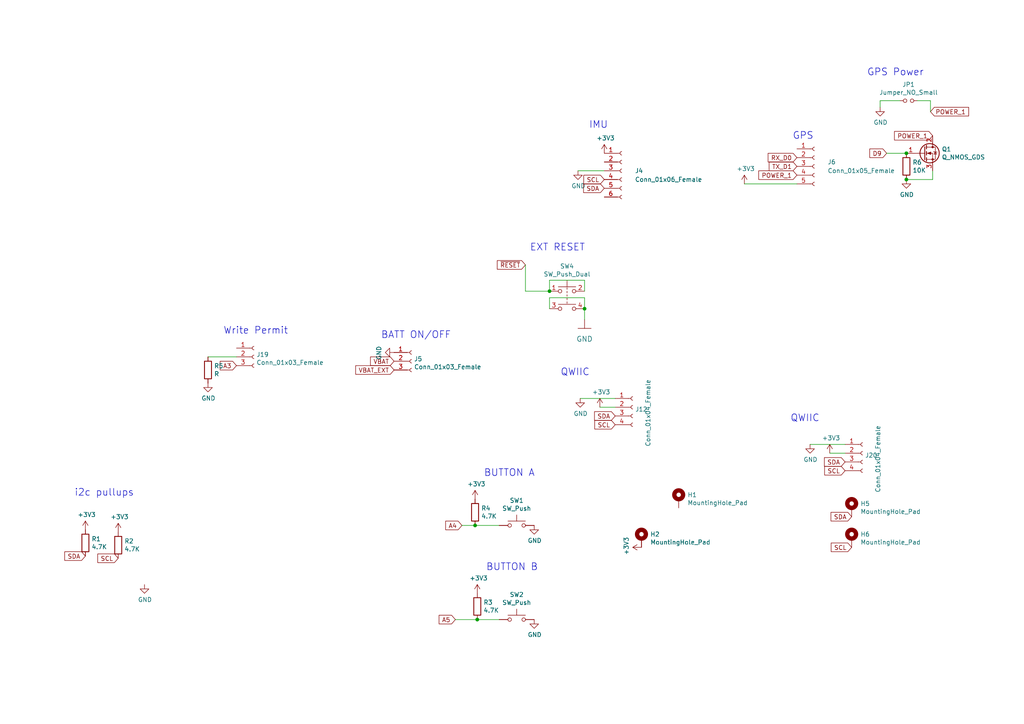
<source format=kicad_sch>
(kicad_sch (version 20210621) (generator eeschema)
  (paper "A4")
  (title_block (title "PVOS CO2 Monitor") (rev "V") (comment 1 "http://pvos.org/co2/rev_v"))
  (lib_symbols
    (symbol "Adafruit_AirLift_FeatherWing-eagle-import:GND" (power) (pin_names (offset 1.016))
      (property "Value" "GND" (at -2.54 -2.54 0))
      (symbol "GND_1_0"
        (polyline (pts (xy -1.905 0) (xy 1.905 0)))
        (pin power_in line (at 0 2.54 270) (length 2.54) (name "GND") (number "1"))
      )
    )
    (symbol "Connector:Conn_01x03_Female" (pin_names (offset 1.016) hide)
      (property "Reference" "J" (at 0 5.08 0))
      (property "Value" "Connector_Conn_01x03_Female" (at 0 -5.08 0))
      (symbol "Conn_01x03_Female_1_1"
        (arc (start 0 -2.032) (mid -0.508 -2.54) (end 0 -3.048) (stroke (width 0.1524)))
        (polyline (pts (xy -1.27 -2.54) (xy -0.508 -2.54)) (stroke (width 0.1524)))
        (polyline (pts (xy -1.27 0) (xy -0.508 0)) (stroke (width 0.1524)))
        (polyline (pts (xy -1.27 2.54) (xy -0.508 2.54)) (stroke (width 0.1524)))
        (arc (start 0 0.508) (mid -0.508 0) (end 0 -0.508) (stroke (width 0.1524)))
        (arc (start 0 3.048) (mid -0.508 2.54) (end 0 2.032) (stroke (width 0.1524)))
        (pin passive line (at -5.08 2.54 0) (length 3.81) (name "Pin_1") (number "1"))
        (pin passive line (at -5.08 0 0) (length 3.81) (name "Pin_2") (number "2"))
        (pin passive line (at -5.08 -2.54 0) (length 3.81) (name "Pin_3") (number "3"))
      )
    )
    (symbol "Connector:Conn_01x04_Female" (pin_names (offset 1.016) hide)
      (property "Reference" "J" (at 0 5.08 0))
      (property "Value" "Connector_Conn_01x04_Female" (at 0 -7.62 0))
      (symbol "Conn_01x04_Female_1_1"
        (arc (start 0 -4.572) (mid -0.508 -5.08) (end 0 -5.588) (stroke (width 0.1524)))
        (arc (start 0 -2.032) (mid -0.508 -2.54) (end 0 -3.048) (stroke (width 0.1524)))
        (polyline (pts (xy -1.27 -5.08) (xy -0.508 -5.08)) (stroke (width 0.1524)))
        (polyline (pts (xy -1.27 -2.54) (xy -0.508 -2.54)) (stroke (width 0.1524)))
        (polyline (pts (xy -1.27 0) (xy -0.508 0)) (stroke (width 0.1524)))
        (polyline (pts (xy -1.27 2.54) (xy -0.508 2.54)) (stroke (width 0.1524)))
        (arc (start 0 0.508) (mid -0.508 0) (end 0 -0.508) (stroke (width 0.1524)))
        (arc (start 0 3.048) (mid -0.508 2.54) (end 0 2.032) (stroke (width 0.1524)))
        (pin passive line (at -5.08 2.54 0) (length 3.81) (name "Pin_1") (number "1"))
        (pin passive line (at -5.08 0 0) (length 3.81) (name "Pin_2") (number "2"))
        (pin passive line (at -5.08 -2.54 0) (length 3.81) (name "Pin_3") (number "3"))
        (pin passive line (at -5.08 -5.08 0) (length 3.81) (name "Pin_4") (number "4"))
      )
    )
    (symbol "Connector:Conn_01x05_Female" (pin_names (offset 1.016) hide)
      (property "Reference" "J" (at 0 7.62 0))
      (property "Value" "Conn_01x05_Female" (at 0 -7.62 0))
      (symbol "Conn_01x05_Female_1_1"
        (arc (start 0 -4.572) (mid -0.508 -5.08) (end 0 -5.588) (stroke (width 0.1524)))
        (arc (start 0 -2.032) (mid -0.508 -2.54) (end 0 -3.048) (stroke (width 0.1524)))
        (polyline (pts (xy -1.27 -5.08) (xy -0.508 -5.08)) (stroke (width 0.1524)))
        (polyline (pts (xy -1.27 -2.54) (xy -0.508 -2.54)) (stroke (width 0.1524)))
        (polyline (pts (xy -1.27 0) (xy -0.508 0)) (stroke (width 0.1524)))
        (polyline (pts (xy -1.27 2.54) (xy -0.508 2.54)) (stroke (width 0.1524)))
        (polyline (pts (xy -1.27 5.08) (xy -0.508 5.08)) (stroke (width 0.1524)))
        (arc (start 0 0.508) (mid -0.508 0) (end 0 -0.508) (stroke (width 0.1524)))
        (arc (start 0 3.048) (mid -0.508 2.54) (end 0 2.032) (stroke (width 0.1524)))
        (arc (start 0 5.588) (mid -0.508 5.08) (end 0 4.572) (stroke (width 0.1524)))
        (pin passive line (at -5.08 5.08 0) (length 3.81) (name "Pin_1") (number "1"))
        (pin passive line (at -5.08 2.54 0) (length 3.81) (name "Pin_2") (number "2"))
        (pin passive line (at -5.08 0 0) (length 3.81) (name "Pin_3") (number "3"))
        (pin passive line (at -5.08 -2.54 0) (length 3.81) (name "Pin_4") (number "4"))
        (pin passive line (at -5.08 -5.08 0) (length 3.81) (name "Pin_5") (number "5"))
      )
    )
    (symbol "Connector:Conn_01x06_Female" (pin_names (offset 1.016) hide)
      (property "Reference" "J" (at 0 7.62 0))
      (property "Value" "Conn_01x06_Female" (at 0 -10.16 0))
      (symbol "Conn_01x06_Female_1_1"
        (arc (start 0 -7.112) (mid -0.508 -7.62) (end 0 -8.128) (stroke (width 0.1524)))
        (arc (start 0 -4.572) (mid -0.508 -5.08) (end 0 -5.588) (stroke (width 0.1524)))
        (arc (start 0 -2.032) (mid -0.508 -2.54) (end 0 -3.048) (stroke (width 0.1524)))
        (polyline (pts (xy -1.27 -7.62) (xy -0.508 -7.62)) (stroke (width 0.1524)))
        (polyline (pts (xy -1.27 -5.08) (xy -0.508 -5.08)) (stroke (width 0.1524)))
        (polyline (pts (xy -1.27 -2.54) (xy -0.508 -2.54)) (stroke (width 0.1524)))
        (polyline (pts (xy -1.27 0) (xy -0.508 0)) (stroke (width 0.1524)))
        (polyline (pts (xy -1.27 2.54) (xy -0.508 2.54)) (stroke (width 0.1524)))
        (polyline (pts (xy -1.27 5.08) (xy -0.508 5.08)) (stroke (width 0.1524)))
        (arc (start 0 0.508) (mid -0.508 0) (end 0 -0.508) (stroke (width 0.1524)))
        (arc (start 0 3.048) (mid -0.508 2.54) (end 0 2.032) (stroke (width 0.1524)))
        (arc (start 0 5.588) (mid -0.508 5.08) (end 0 4.572) (stroke (width 0.1524)))
        (pin passive line (at -5.08 5.08 0) (length 3.81) (name "Pin_1") (number "1"))
        (pin passive line (at -5.08 2.54 0) (length 3.81) (name "Pin_2") (number "2"))
        (pin passive line (at -5.08 0 0) (length 3.81) (name "Pin_3") (number "3"))
        (pin passive line (at -5.08 -2.54 0) (length 3.81) (name "Pin_4") (number "4"))
        (pin passive line (at -5.08 -5.08 0) (length 3.81) (name "Pin_5") (number "5"))
        (pin passive line (at -5.08 -7.62 0) (length 3.81) (name "Pin_6") (number "6"))
      )
    )
    (symbol "Connector:Conn_01x09_Female" (pin_names (offset 1.016) hide)
      (property "Reference" "J" (at 0 12.7 0))
      (property "Value" "Connector_Conn_01x09_Female" (at 0 -12.7 0))
      (symbol "Conn_01x09_Female_1_1"
        (arc (start 0 -9.652) (mid -0.508 -10.16) (end 0 -10.668) (stroke (width 0.1524)))
        (arc (start 0 -7.112) (mid -0.508 -7.62) (end 0 -8.128) (stroke (width 0.1524)))
        (arc (start 0 -4.572) (mid -0.508 -5.08) (end 0 -5.588) (stroke (width 0.1524)))
        (arc (start 0 -2.032) (mid -0.508 -2.54) (end 0 -3.048) (stroke (width 0.1524)))
        (polyline (pts (xy -1.27 -10.16) (xy -0.508 -10.16)) (stroke (width 0.1524)))
        (polyline (pts (xy -1.27 -7.62) (xy -0.508 -7.62)) (stroke (width 0.1524)))
        (polyline (pts (xy -1.27 -5.08) (xy -0.508 -5.08)) (stroke (width 0.1524)))
        (polyline (pts (xy -1.27 -2.54) (xy -0.508 -2.54)) (stroke (width 0.1524)))
        (polyline (pts (xy -1.27 0) (xy -0.508 0)) (stroke (width 0.1524)))
        (polyline (pts (xy -1.27 2.54) (xy -0.508 2.54)) (stroke (width 0.1524)))
        (polyline (pts (xy -1.27 5.08) (xy -0.508 5.08)) (stroke (width 0.1524)))
        (polyline (pts (xy -1.27 7.62) (xy -0.508 7.62)) (stroke (width 0.1524)))
        (polyline (pts (xy -1.27 10.16) (xy -0.508 10.16)) (stroke (width 0.1524)))
        (arc (start 0 0.508) (mid -0.508 0) (end 0 -0.508) (stroke (width 0.1524)))
        (arc (start 0 3.048) (mid -0.508 2.54) (end 0 2.032) (stroke (width 0.1524)))
        (arc (start 0 5.588) (mid -0.508 5.08) (end 0 4.572) (stroke (width 0.1524)))
        (arc (start 0 8.128) (mid -0.508 7.62) (end 0 7.112) (stroke (width 0.1524)))
        (arc (start 0 10.668) (mid -0.508 10.16) (end 0 9.652) (stroke (width 0.1524)))
        (pin passive line (at -5.08 10.16 0) (length 3.81) (name "Pin_1") (number "1"))
        (pin passive line (at -5.08 7.62 0) (length 3.81) (name "Pin_2") (number "2"))
        (pin passive line (at -5.08 5.08 0) (length 3.81) (name "Pin_3") (number "3"))
        (pin passive line (at -5.08 2.54 0) (length 3.81) (name "Pin_4") (number "4"))
        (pin passive line (at -5.08 0 0) (length 3.81) (name "Pin_5") (number "5"))
        (pin passive line (at -5.08 -2.54 0) (length 3.81) (name "Pin_6") (number "6"))
        (pin passive line (at -5.08 -5.08 0) (length 3.81) (name "Pin_7") (number "7"))
        (pin passive line (at -5.08 -7.62 0) (length 3.81) (name "Pin_8") (number "8"))
        (pin passive line (at -5.08 -10.16 0) (length 3.81) (name "Pin_9") (number "9"))
      )
    )
    (symbol "Connector:Conn_01x12_Female" (pin_names (offset 1.016) hide)
      (property "Reference" "J" (at 0 15.24 0))
      (property "Value" "Connector_Conn_01x12_Female" (at 0 -17.78 0))
      (symbol "Conn_01x12_Female_1_1"
        (arc (start 0 -14.732) (mid -0.508 -15.24) (end 0 -15.748) (stroke (width 0.1524)))
        (arc (start 0 -12.192) (mid -0.508 -12.7) (end 0 -13.208) (stroke (width 0.1524)))
        (arc (start 0 -9.652) (mid -0.508 -10.16) (end 0 -10.668) (stroke (width 0.1524)))
        (arc (start 0 -7.112) (mid -0.508 -7.62) (end 0 -8.128) (stroke (width 0.1524)))
        (arc (start 0 -4.572) (mid -0.508 -5.08) (end 0 -5.588) (stroke (width 0.1524)))
        (arc (start 0 -2.032) (mid -0.508 -2.54) (end 0 -3.048) (stroke (width 0.1524)))
        (polyline (pts (xy -1.27 -15.24) (xy -0.508 -15.24)) (stroke (width 0.1524)))
        (polyline (pts (xy -1.27 -12.7) (xy -0.508 -12.7)) (stroke (width 0.1524)))
        (polyline (pts (xy -1.27 -10.16) (xy -0.508 -10.16)) (stroke (width 0.1524)))
        (polyline (pts (xy -1.27 -7.62) (xy -0.508 -7.62)) (stroke (width 0.1524)))
        (polyline (pts (xy -1.27 -5.08) (xy -0.508 -5.08)) (stroke (width 0.1524)))
        (polyline (pts (xy -1.27 -2.54) (xy -0.508 -2.54)) (stroke (width 0.1524)))
        (polyline (pts (xy -1.27 0) (xy -0.508 0)) (stroke (width 0.1524)))
        (polyline (pts (xy -1.27 2.54) (xy -0.508 2.54)) (stroke (width 0.1524)))
        (polyline (pts (xy -1.27 5.08) (xy -0.508 5.08)) (stroke (width 0.1524)))
        (polyline (pts (xy -1.27 7.62) (xy -0.508 7.62)) (stroke (width 0.1524)))
        (polyline (pts (xy -1.27 10.16) (xy -0.508 10.16)) (stroke (width 0.1524)))
        (polyline (pts (xy -1.27 12.7) (xy -0.508 12.7)) (stroke (width 0.1524)))
        (arc (start 0 0.508) (mid -0.508 0) (end 0 -0.508) (stroke (width 0.1524)))
        (arc (start 0 3.048) (mid -0.508 2.54) (end 0 2.032) (stroke (width 0.1524)))
        (arc (start 0 5.588) (mid -0.508 5.08) (end 0 4.572) (stroke (width 0.1524)))
        (arc (start 0 8.128) (mid -0.508 7.62) (end 0 7.112) (stroke (width 0.1524)))
        (arc (start 0 10.668) (mid -0.508 10.16) (end 0 9.652) (stroke (width 0.1524)))
        (arc (start 0 13.208) (mid -0.508 12.7) (end 0 12.192) (stroke (width 0.1524)))
        (pin passive line (at -5.08 12.7 0) (length 3.81) (name "Pin_1") (number "1"))
        (pin passive line (at -5.08 -10.16 0) (length 3.81) (name "Pin_10") (number "10"))
        (pin passive line (at -5.08 -12.7 0) (length 3.81) (name "Pin_11") (number "11"))
        (pin passive line (at -5.08 -15.24 0) (length 3.81) (name "Pin_12") (number "12"))
        (pin passive line (at -5.08 10.16 0) (length 3.81) (name "Pin_2") (number "2"))
        (pin passive line (at -5.08 7.62 0) (length 3.81) (name "Pin_3") (number "3"))
        (pin passive line (at -5.08 5.08 0) (length 3.81) (name "Pin_4") (number "4"))
        (pin passive line (at -5.08 2.54 0) (length 3.81) (name "Pin_5") (number "5"))
        (pin passive line (at -5.08 0 0) (length 3.81) (name "Pin_6") (number "6"))
        (pin passive line (at -5.08 -2.54 0) (length 3.81) (name "Pin_7") (number "7"))
        (pin passive line (at -5.08 -5.08 0) (length 3.81) (name "Pin_8") (number "8"))
        (pin passive line (at -5.08 -7.62 0) (length 3.81) (name "Pin_9") (number "9"))
      )
    )
    (symbol "Connector:Conn_01x16_Female" (pin_names (offset 1.016) hide)
      (property "Reference" "J" (at 0 20.32 0))
      (property "Value" "Connector_Conn_01x16_Female" (at 0 -22.86 0))
      (symbol "Conn_01x16_Female_1_1"
        (arc (start 0 -19.812) (mid -0.508 -20.32) (end 0 -20.828) (stroke (width 0.1524)))
        (arc (start 0 -17.272) (mid -0.508 -17.78) (end 0 -18.288) (stroke (width 0.1524)))
        (arc (start 0 -14.732) (mid -0.508 -15.24) (end 0 -15.748) (stroke (width 0.1524)))
        (arc (start 0 -12.192) (mid -0.508 -12.7) (end 0 -13.208) (stroke (width 0.1524)))
        (arc (start 0 -9.652) (mid -0.508 -10.16) (end 0 -10.668) (stroke (width 0.1524)))
        (arc (start 0 -7.112) (mid -0.508 -7.62) (end 0 -8.128) (stroke (width 0.1524)))
        (arc (start 0 -4.572) (mid -0.508 -5.08) (end 0 -5.588) (stroke (width 0.1524)))
        (arc (start 0 -2.032) (mid -0.508 -2.54) (end 0 -3.048) (stroke (width 0.1524)))
        (polyline (pts (xy -1.27 -20.32) (xy -0.508 -20.32)) (stroke (width 0.1524)))
        (polyline (pts (xy -1.27 -17.78) (xy -0.508 -17.78)) (stroke (width 0.1524)))
        (polyline (pts (xy -1.27 -15.24) (xy -0.508 -15.24)) (stroke (width 0.1524)))
        (polyline (pts (xy -1.27 -12.7) (xy -0.508 -12.7)) (stroke (width 0.1524)))
        (polyline (pts (xy -1.27 -10.16) (xy -0.508 -10.16)) (stroke (width 0.1524)))
        (polyline (pts (xy -1.27 -7.62) (xy -0.508 -7.62)) (stroke (width 0.1524)))
        (polyline (pts (xy -1.27 -5.08) (xy -0.508 -5.08)) (stroke (width 0.1524)))
        (polyline (pts (xy -1.27 -2.54) (xy -0.508 -2.54)) (stroke (width 0.1524)))
        (polyline (pts (xy -1.27 0) (xy -0.508 0)) (stroke (width 0.1524)))
        (polyline (pts (xy -1.27 2.54) (xy -0.508 2.54)) (stroke (width 0.1524)))
        (polyline (pts (xy -1.27 5.08) (xy -0.508 5.08)) (stroke (width 0.1524)))
        (polyline (pts (xy -1.27 7.62) (xy -0.508 7.62)) (stroke (width 0.1524)))
        (polyline (pts (xy -1.27 10.16) (xy -0.508 10.16)) (stroke (width 0.1524)))
        (polyline (pts (xy -1.27 12.7) (xy -0.508 12.7)) (stroke (width 0.1524)))
        (polyline (pts (xy -1.27 15.24) (xy -0.508 15.24)) (stroke (width 0.1524)))
        (polyline (pts (xy -1.27 17.78) (xy -0.508 17.78)) (stroke (width 0.1524)))
        (arc (start 0 0.508) (mid -0.508 0) (end 0 -0.508) (stroke (width 0.1524)))
        (arc (start 0 3.048) (mid -0.508 2.54) (end 0 2.032) (stroke (width 0.1524)))
        (arc (start 0 5.588) (mid -0.508 5.08) (end 0 4.572) (stroke (width 0.1524)))
        (arc (start 0 8.128) (mid -0.508 7.62) (end 0 7.112) (stroke (width 0.1524)))
        (arc (start 0 10.668) (mid -0.508 10.16) (end 0 9.652) (stroke (width 0.1524)))
        (arc (start 0 13.208) (mid -0.508 12.7) (end 0 12.192) (stroke (width 0.1524)))
        (arc (start 0 15.748) (mid -0.508 15.24) (end 0 14.732) (stroke (width 0.1524)))
        (arc (start 0 18.288) (mid -0.508 17.78) (end 0 17.272) (stroke (width 0.1524)))
        (pin passive line (at -5.08 17.78 0) (length 3.81) (name "Pin_1") (number "1"))
        (pin passive line (at -5.08 -5.08 0) (length 3.81) (name "Pin_10") (number "10"))
        (pin passive line (at -5.08 -7.62 0) (length 3.81) (name "Pin_11") (number "11"))
        (pin passive line (at -5.08 -10.16 0) (length 3.81) (name "Pin_12") (number "12"))
        (pin passive line (at -5.08 -12.7 0) (length 3.81) (name "Pin_13") (number "13"))
        (pin passive line (at -5.08 -15.24 0) (length 3.81) (name "Pin_14") (number "14"))
        (pin passive line (at -5.08 -17.78 0) (length 3.81) (name "Pin_15") (number "15"))
        (pin passive line (at -5.08 -20.32 0) (length 3.81) (name "Pin_16") (number "16"))
        (pin passive line (at -5.08 15.24 0) (length 3.81) (name "Pin_2") (number "2"))
        (pin passive line (at -5.08 12.7 0) (length 3.81) (name "Pin_3") (number "3"))
        (pin passive line (at -5.08 10.16 0) (length 3.81) (name "Pin_4") (number "4"))
        (pin passive line (at -5.08 7.62 0) (length 3.81) (name "Pin_5") (number "5"))
        (pin passive line (at -5.08 5.08 0) (length 3.81) (name "Pin_6") (number "6"))
        (pin passive line (at -5.08 2.54 0) (length 3.81) (name "Pin_7") (number "7"))
        (pin passive line (at -5.08 0 0) (length 3.81) (name "Pin_8") (number "8"))
        (pin passive line (at -5.08 -2.54 0) (length 3.81) (name "Pin_9") (number "9"))
      )
    )
    (symbol "Device:Jumper_NO_Small" (pin_numbers hide) (pin_names (offset 0.762) hide)
      (property "Reference" "JP" (at 0 2.032 0))
      (property "Value" "Device_Jumper_NO_Small" (at 0.254 -1.524 0))
      (symbol "Jumper_NO_Small_0_1"
        (circle (center -1.016 0) (radius 0.508))
        (circle (center 1.016 0) (radius 0.508))
        (pin passive line (at -2.54 0 0) (length 1.016) (name "1") (number "1"))
        (pin passive line (at 2.54 0 180) (length 1.016) (name "2") (number "2"))
      )
    )
    (symbol "Device:Q_NMOS_GDS" (pin_names (offset 0) hide)
      (property "Reference" "Q" (at 5.08 1.27 0))
      (property "Value" "Device_Q_NMOS_GDS" (at 5.08 -1.27 0))
      (symbol "Q_NMOS_GDS_0_1"
        (polyline (pts (xy 0.254 0) (xy -2.54 0)))
        (polyline (pts (xy 0.254 1.905) (xy 0.254 -1.905)) (stroke (width 0.254)))
        (polyline (pts (xy 0.762 -1.27) (xy 0.762 -2.286)) (stroke (width 0.254)))
        (polyline (pts (xy 0.762 0.508) (xy 0.762 -0.508)) (stroke (width 0.254)))
        (polyline (pts (xy 0.762 2.286) (xy 0.762 1.27)) (stroke (width 0.254)))
        (polyline (pts (xy 2.54 2.54) (xy 2.54 1.778)))
        (polyline (pts (xy 2.54 -2.54) (xy 2.54 0) (xy 0.762 0)))
        (polyline (pts (xy 0.762 -1.778) (xy 3.302 -1.778) (xy 3.302 1.778) (xy 0.762 1.778)))
        (polyline (pts (xy 1.016 0) (xy 2.032 0.381) (xy 2.032 -0.381) (xy 1.016 0)) (fill (type outline)))
        (polyline (pts (xy 2.794 0.508) (xy 2.921 0.381) (xy 3.683 0.381) (xy 3.81 0.254)))
        (polyline (pts (xy 3.302 0.381) (xy 2.921 -0.254) (xy 3.683 -0.254) (xy 3.302 0.381)))
        (circle (center 1.651 0) (radius 2.794) (stroke (width 0.254)))
        (circle (center 2.54 -1.778) (radius 0.254) (fill (type outline)))
        (circle (center 2.54 1.778) (radius 0.254) (fill (type outline)))
      )
      (symbol "Q_NMOS_GDS_1_1"
        (pin input line (at -5.08 0 0) (length 2.54) (name "G") (number "1"))
        (pin passive line (at 2.54 5.08 270) (length 2.54) (name "D") (number "2"))
        (pin passive line (at 2.54 -5.08 90) (length 2.54) (name "S") (number "3"))
      )
    )
    (symbol "Device:Q_NPN_EBC" (pin_names (offset 0) hide)
      (property "Reference" "Q" (at 5.08 1.27 0))
      (property "Value" "Device_Q_NPN_EBC" (at 5.08 -1.27 0))
      (symbol "Q_NPN_EBC_0_1"
        (polyline (pts (xy 0.635 0.635) (xy 2.54 2.54)))
        (polyline (pts (xy 0.635 -0.635) (xy 2.54 -2.54) (xy 2.54 -2.54)))
        (polyline (pts (xy 0.635 1.905) (xy 0.635 -1.905) (xy 0.635 -1.905)) (stroke (width 0.508)))
        (polyline (pts (xy 1.27 -1.778) (xy 1.778 -1.27) (xy 2.286 -2.286) (xy 1.27 -1.778) (xy 1.27 -1.778)) (fill (type outline)))
        (circle (center 1.27 0) (radius 2.8194) (stroke (width 0.254)))
      )
      (symbol "Q_NPN_EBC_1_1"
        (pin passive line (at 2.54 -5.08 90) (length 2.54) (name "E") (number "1"))
        (pin passive line (at -5.08 0 0) (length 5.715) (name "B") (number "2"))
        (pin passive line (at 2.54 5.08 270) (length 2.54) (name "C") (number "3"))
      )
    )
    (symbol "Device:R" (pin_numbers hide) (pin_names (offset 0))
      (property "Reference" "R" (at 2.032 0 90))
      (property "Value" "Device_R" (at 0 0 90))
      (symbol "R_0_1"
        (rectangle (start -1.016 -2.54) (end 1.016 2.54) (stroke (width 0.254)))
      )
      (symbol "R_1_1"
        (pin passive line (at 0 3.81 270) (length 1.27) (name "~") (number "1"))
        (pin passive line (at 0 -3.81 90) (length 1.27) (name "~") (number "2"))
      )
    )
    (symbol "Mechanical:MountingHole_Pad" (pin_numbers hide) (pin_names (offset 1.016) hide)
      (property "Reference" "H" (at 0 6.35 0))
      (property "Value" "Mechanical_MountingHole_Pad" (at 0 4.445 0))
      (symbol "MountingHole_Pad_0_1"
        (circle (center 0 1.27) (radius 1.27) (stroke (width 1.27)))
      )
      (symbol "MountingHole_Pad_1_1"
        (pin input line (at 0 -2.54 90) (length 2.54) (name "1") (number "1"))
      )
    )
    (symbol "RocketScreamKicadLibrary:DIODE" (pin_numbers hide) (pin_names (offset 1.016) hide)
      (property "Reference" "D" (at 0 2.54 0))
      (property "Value" "RocketScreamKicadLibrary_DIODE" (at 0 -2.54 0))
      (symbol "DIODE_0_0"
        (polyline (pts (xy -1.27 1.27) (xy -1.27 -1.27)))
      )
      (symbol "DIODE_0_1"
        (polyline (pts (xy 1.27 1.27) (xy -1.27 0) (xy 1.27 -1.27)) (fill (type outline)))
      )
      (symbol "DIODE_1_1"
        (pin passive line (at -5.08 0 0) (length 3.81) (name "K") (number "1"))
        (pin passive line (at 5.08 0 180) (length 3.81) (name "A") (number "2"))
      )
    )
    (symbol "Switch:SW_Push" (pin_numbers hide) (pin_names (offset 1.016) hide)
      (property "Reference" "SW" (at 1.27 2.54 0))
      (property "Value" "Switch_SW_Push" (at 0 -1.524 0))
      (symbol "SW_Push_0_1"
        (circle (center -2.032 0) (radius 0.508))
        (polyline (pts (xy 0 1.27) (xy 0 3.048)))
        (polyline (pts (xy 2.54 1.27) (xy -2.54 1.27)))
        (circle (center 2.032 0) (radius 0.508))
        (pin passive line (at -5.08 0 0) (length 2.54) (name "1") (number "1"))
        (pin passive line (at 5.08 0 180) (length 2.54) (name "2") (number "2"))
      )
    )
    (symbol "Switch:SW_Push_Dual" (pin_names (offset 1.016) hide)
      (property "Reference" "SW" (at 1.27 2.54 0))
      (property "Value" "Switch_SW_Push_Dual" (at 0 -6.858 0))
      (symbol "SW_Push_Dual_0_1"
        (circle (center -2.032 -5.08) (radius 0.508))
        (circle (center -2.032 0) (radius 0.508))
        (polyline (pts (xy 0 -3.048) (xy 0 -3.556)))
        (polyline (pts (xy 0 -2.032) (xy 0 -2.54)))
        (polyline (pts (xy 0 -1.524) (xy 0 -1.016)))
        (polyline (pts (xy 0 -0.508) (xy 0 0)))
        (polyline (pts (xy 0 0.508) (xy 0 1.016)))
        (polyline (pts (xy 0 1.27) (xy 0 3.048)))
        (polyline (pts (xy 2.54 -3.81) (xy -2.54 -3.81)))
        (polyline (pts (xy 2.54 1.27) (xy -2.54 1.27)))
        (circle (center 2.032 -5.08) (radius 0.508))
        (circle (center 2.032 0) (radius 0.508))
        (pin passive line (at -5.08 0 0) (length 2.54) (name "1") (number "1"))
        (pin passive line (at 5.08 0 180) (length 2.54) (name "2") (number "2"))
        (pin passive line (at -5.08 -5.08 0) (length 2.54) (name "3") (number "3"))
        (pin passive line (at 5.08 -5.08 180) (length 2.54) (name "4") (number "4"))
      )
    )
    (symbol "device:Antenna_Shield" (pin_numbers hide) (pin_names (offset 1.016) hide)
      (property "Reference" "AE" (at -1.905 4.445 0))
      (property "Value" "Antenna_Shield" (at -1.905 2.54 0))
      (symbol "Antenna_Shield_0_1"
        (arc (start -0.508 -1.143) (mid -0.8485 -2.1032) (end 0 -2.667))
        (arc (start 0 -2.667) (mid 0.8047 -2.0885) (end 0.508 -1.143))
        (polyline (pts (xy 0 -2.54) (xy 0 0)))
        (polyline (pts (xy 0 5.08) (xy 0 -3.81)) (stroke (width 0.254)))
        (polyline (pts (xy 0.762 -1.905) (xy 2.54 -1.905)))
        (polyline (pts (xy 2.54 -2.54) (xy 2.54 -1.905)))
        (polyline (pts (xy 1.27 5.08) (xy 0 0) (xy -1.27 5.08)) (stroke (width 0.254)))
        (circle (center 0.762 -1.905) (radius 0.1778) (fill (type outline)))
      )
      (symbol "Antenna_Shield_1_1"
        (pin input line (at 0 -5.08 90) (length 2.54) (name "A") (number "1"))
        (pin input line (at 2.54 -5.08 90) (length 2.54) (name "Shield") (number "2"))
      )
    )
    (symbol "mysensors_radios:RFM95HW" (pin_names (offset 1.016))
      (property "Reference" "U" (at -8.89 6.35 0))
      (property "Value" "RFM95HW" (at 6.35 -19.05 0))
      (property "Datasheet" "https://cdn-learn.adafruit.com/assets/assets/000/031/659/original/RFM95_96_97_98W.pdf?1460518717" (at 0 0 0))
      (symbol "RFM95HW_0_1"
        (rectangle (start -10.16 5.08) (end 10.16 -17.78) (stroke (width 0.254)) (fill (type background)))
      )
      (symbol "RFM95HW_1_1"
        (pin power_in line (at -2.54 -21.59 90) (length 3.81) (name "GND") (number "1"))
        (pin power_in line (at 2.54 -21.59 90) (length 3.81) (name "GND") (number "10"))
        (pin bidirectional line (at 13.97 -7.62 180) (length 3.81) (name "DIO3") (number "11"))
        (pin bidirectional line (at 13.97 -10.16 180) (length 3.81) (name "DIO4") (number "12"))
        (pin power_in line (at 0 8.89 270) (length 3.81) (name "3.3V") (number "13"))
        (pin bidirectional line (at 13.97 0 180) (length 3.81) (name "DIO0") (number "14"))
        (pin bidirectional line (at 13.97 -2.54 180) (length 3.81) (name "DIO1") (number "15"))
        (pin bidirectional line (at 13.97 -5.08 180) (length 3.81) (name "DIO2") (number "16"))
        (pin tri_state line (at -13.97 -6.35 0) (length 3.81) (name "MISO") (number "2"))
        (pin input line (at -13.97 -3.81 0) (length 3.81) (name "MOSI") (number "3"))
        (pin input line (at -13.97 -8.89 0) (length 3.81) (name "SCK") (number "4"))
        (pin input line (at -13.97 -1.27 0) (length 3.81) (name "NSS") (number "5"))
        (pin bidirectional line (at -13.97 -13.97 0) (length 3.81) (name "RESET") (number "6"))
        (pin bidirectional line (at 13.97 -12.7 180) (length 3.81) (name "DIO5") (number "7"))
        (pin power_in line (at 0 -21.59 90) (length 3.81) (name "GND") (number "8"))
        (pin passive line (at -13.97 3.81 0) (length 3.81) (name "ANA") (number "9"))
      )
    )
    (symbol "power:+3V3" (power) (pin_names (offset 0))
      (property "Value" "power_+3V3" (at 0 3.556 0))
      (symbol "+3V3_0_1"
        (polyline (pts (xy -0.762 1.27) (xy 0 2.54)))
        (polyline (pts (xy 0 0) (xy 0 2.54)))
        (polyline (pts (xy 0 2.54) (xy 0.762 1.27)))
      )
      (symbol "+3V3_1_1"
        (pin power_in line (at 0 0 90) (length 0) hide (name "+3V3") (number "1"))
      )
    )
    (symbol "power:GND" (power) (pin_names (offset 0))
      (property "Value" "power_GND" (at 0 -3.81 0))
      (symbol "GND_0_1"
        (polyline (pts (xy 0 0) (xy 0 -1.27) (xy 1.27 -1.27) (xy 0 -2.54) (xy -1.27 -1.27) (xy 0 -1.27)))
      )
      (symbol "GND_1_1"
        (pin power_in line (at 0 0 270) (length 0) hide (name "GND") (number "1"))
      )
    )
    (symbol "remote-rescue:SPEAKER_BUZZER5MM-Adafruit_Circuit_Playground-eagle-import" (pin_names (offset 1.016))
      (property "Reference" "SP" (at -3.81 6.35 0))
      (property "Value" "SPEAKER_BUZZER5MM-Adafruit_Circuit_Playground-eagle-import" (at -3.81 -3.175 0))
      (symbol "SPEAKER_BUZZER5MM-Adafruit_Circuit_Playground-eagle-import_1_0"
        (polyline (pts (xy -2.54 0) (xy -1.905 0)))
        (polyline (pts (xy -1.905 -0.635) (xy -1.905 0)))
        (polyline (pts (xy -1.905 -0.635) (xy 1.905 -0.635)))
        (polyline (pts (xy -1.905 0) (xy -1.905 2.54)))
        (polyline (pts (xy -1.905 2.54) (xy -5.08 5.08)))
        (polyline (pts (xy 1.905 -0.635) (xy 1.905 0)))
        (polyline (pts (xy 1.905 0) (xy 1.905 2.54)))
        (polyline (pts (xy 1.905 2.54) (xy -1.905 2.54)))
        (polyline (pts (xy 1.905 2.54) (xy 5.08 5.08)))
        (polyline (pts (xy 2.54 0) (xy 1.905 0)))
        (polyline (pts (xy 5.08 5.08) (xy -5.08 5.08)))
        (pin passive line (at -5.08 0 0) (length 2.54) (name "+") (number "+"))
        (pin passive line (at 5.08 0 180) (length 2.54) (name "-") (number "-"))
      )
    )
  )
  (junction (at -33.02 154.305))
  (junction (at 159.385 84.455))
  (junction (at 169.545 89.535))
  (junction (at 262.89 44.45))
  (junction (at 262.89 52.07))
  (junction (at 138.43 179.705))
  (junction (at 137.795 152.4))
  (junction (at -41.91 164.465))
  (wire (pts (xy -41.91 154.305) (xy -33.02 154.305)))
  (wire (pts (xy 167.64 49.53) (xy 175.26 49.53)))
  (wire (pts (xy 270.51 52.07) (xy 270.51 49.53)))
  (wire (pts (xy 178.435 118.11) (xy 173.99 118.11)))
  (wire (pts (xy 255.27 29.21) (xy 255.27 31.115)))
  (wire (pts (xy 245.11 131.445) (xy 240.665 131.445)))
  (wire (pts (xy 159.385 86.36) (xy 159.385 89.535)))
  (wire (pts (xy 169.545 89.535) (xy 169.545 86.36)))
  (wire (pts (xy 269.875 29.21) (xy 266.065 29.21)))
  (wire (pts (xy -79.375 6.985) (xy -82.55 6.985)))
  (wire (pts (xy 137.795 152.4) (xy 144.78 152.4)))
  (wire (pts (xy 245.11 128.905) (xy 234.95 128.905)))
  (wire (pts (xy 68.58 103.505) (xy 60.325 103.505)))
  (wire (pts (xy 137.795 152.4) (xy 133.985 152.4)))
  (wire (pts (xy 260.985 29.21) (xy 255.27 29.21)))
  (wire (pts (xy -15.875 54.61) (xy -6.35 54.61)))
  (wire (pts (xy 169.545 86.36) (xy 159.385 86.36)))
  (wire (pts (xy 178.435 115.57) (xy 168.275 115.57)))
  (wire (pts (xy 169.545 81.28) (xy 169.545 84.455)))
  (wire (pts (xy 262.89 44.45) (xy 257.175 44.45)))
  (wire (pts (xy 269.875 32.385) (xy 269.875 29.21)))
  (wire (pts (xy -15.875 59.69) (xy -8.255 59.69)))
  (wire (pts (xy -33.02 164.465) (xy -41.91 164.465)))
  (wire (pts (xy 144.78 179.705) (xy 138.43 179.705)))
  (wire (pts (xy 215.9 53.34) (xy 231.14 53.34)))
  (wire (pts (xy -79.375 12.065) (xy -90.17 12.065)))
  (wire (pts (xy 169.545 89.535) (xy 169.545 92.71)))
  (wire (pts (xy 262.89 52.07) (xy 270.51 52.07)))
  (wire (pts (xy 159.385 84.455) (xy 152.4 84.455)))
  (wire (pts (xy 159.385 81.28) (xy 169.545 81.28)))
  (wire (pts (xy 159.385 84.455) (xy 159.385 81.28)))
  (wire (pts (xy 138.43 179.705) (xy 132.08 179.705)))
  (wire (pts (xy -90.17 12.065) (xy -90.17 12.7)))
  (wire (pts (xy 152.4 84.455) (xy 152.4 76.835)))
  (text "GPS Power" (at 251.46 22.225 0) (effects (font (size 2.0066 2.0066)) (justify left bottom)))
  (text "BATT ON/OFF" (at 110.49 98.425 0) (effects (font (size 2.0066 2.0066)) (justify left bottom)))
  (text "LORA" (at -27.305 102.87 0) (effects (font (size 2.0066 2.0066)) (justify left bottom)))
  (text "pin 9 was D7; is now D6\npin 10 was D5; is now D2" (at -62.865 74.295 0) (effects (font (size 0.9906 0.9906)) (justify left bottom)))
  (text "GPS" (at 229.87 40.64 0) (effects (font (size 2.0066 2.0066)) (justify left bottom)))
  (text "Feather" (at -40.005 41.275 0) (effects (font (size 2.0066 2.0066)) (justify left bottom)))
  (text "Write Permit\n" (at 64.77 97.155 0) (effects (font (size 2.0066 2.0066)) (justify left bottom)))
  (text "QWIIC" (at 229.235 122.555 0) (effects (font (size 2.0066 2.0066)) (justify left bottom)))
  (text "BUTTON B" (at 140.97 165.735 0) (effects (font (size 2.0066 2.0066)) (justify left bottom)))
  (text "EXT RESET" (at 153.67 73.025 0) (effects (font (size 2.0066 2.0066)) (justify left bottom)))
  (text "QWIIC" (at 162.56 109.22 0) (effects (font (size 2.0066 2.0066)) (justify left bottom)))
  (text "BUTTON A" (at 140.335 138.43 0) (effects (font (size 2.0066 2.0066)) (justify left bottom)))
  (text "IMU" (at 170.815 37.465 0) (effects (font (size 2.0066 2.0066)) (justify left bottom)))
  (text "i2c pullups" (at 21.59 144.145 0) (effects (font (size 2.0066 2.0066)) (justify left bottom)))
  (text "Adafruit Sharp" (at -77.47 2.54 0) (effects (font (size 2.0066 2.0066)) (justify left bottom)))
  (global_label "VBAT" (shape input) (at -37.465 51.435 180) (property "Intersheet References" "${INTERSHEET_REFS}" (effects hide)))
  (global_label "TX_D1" (shape input) (at 231.14 48.26 180) (property "Intersheet References" "${INTERSHEET_REFS}" (effects hide)))
  (global_label "AREF" (shape input) (at -15.875 57.15 0) (property "Intersheet References" "${INTERSHEET_REFS}" (effects hide)))
  (global_label "A3" (shape input) (at -15.875 69.85 0) (property "Intersheet References" "${INTERSHEET_REFS}" (effects hide)))
  (global_label "DISP" (shape input) (at -79.375 24.765 180) (property "Intersheet References" "${INTERSHEET_REFS}" (effects hide)))
  (global_label "A5" (shape input) (at -15.875 74.93 0) (property "Intersheet References" "${INTERSHEET_REFS}" (effects hide)))
  (global_label "VBUS" (shape input) (at -37.465 56.515 180) (property "Intersheet References" "${INTERSHEET_REFS}" (effects hide)))
  (global_label "SDA" (shape input) (at 247.015 149.86 180) (property "Intersheet References" "${INTERSHEET_REFS}" (effects hide)))
  (global_label "SCK" (shape input) (at -15.875 77.47 0) (property "Intersheet References" "${INTERSHEET_REFS}" (effects hide)))
  (global_label "D6" (shape input) (at -37.465 71.755 180) (property "Intersheet References" "${INTERSHEET_REFS}" (effects hide)))
  (global_label "D9" (shape input) (at -37.465 69.215 180) (property "Intersheet References" "${INTERSHEET_REFS}" (effects hide)))
  (global_label "SDA" (shape input) (at 175.26 54.61 180) (property "Intersheet References" "${INTERSHEET_REFS}" (effects hide)))
  (global_label "MISO" (shape input) (at -15.875 82.55 0) (property "Intersheet References" "${INTERSHEET_REFS}" (effects hide)))
  (global_label "D5" (shape input) (at -79.375 19.685 180) (property "Intersheet References" "${INTERSHEET_REFS}" (effects hide)))
  (global_label "D10" (shape input) (at -37.465 66.675 180) (property "Intersheet References" "${INTERSHEET_REFS}" (effects hide)))
  (global_label "D13" (shape input) (at -37.465 59.055 180) (property "Intersheet References" "${INTERSHEET_REFS}" (effects hide)))
  (global_label "SCL" (shape input) (at 245.11 136.525 180) (property "Intersheet References" "${INTERSHEET_REFS}" (effects hide)))
  (global_label "VBAT_EXT" (shape input) (at 114.3 107.315 180) (property "Intersheet References" "${INTERSHEET_REFS}" (effects hide)))
  (global_label "POWER_1" (shape input) (at 270.51 39.37 180) (property "Intersheet References" "${INTERSHEET_REFS}" (effects hide)))
  (global_label "EMD" (shape input) (at -79.375 22.225 180) (property "Intersheet References" "${INTERSHEET_REFS}" (effects hide)))
  (global_label "TX_D1" (shape input) (at -15.875 87.63 0) (property "Intersheet References" "${INTERSHEET_REFS}" (effects hide)))
  (global_label "A0" (shape input) (at -26.035 108.585 180) (property "Intersheet References" "${INTERSHEET_REFS}" (effects hide)))
  (global_label "A3" (shape input) (at 68.58 106.045 180) (property "Intersheet References" "${INTERSHEET_REFS}" (effects hide)))
  (global_label "SCL" (shape input) (at 34.29 161.925 180) (property "Intersheet References" "${INTERSHEET_REFS}" (effects hide)))
  (global_label "A4" (shape input) (at 133.985 152.4 180) (property "Intersheet References" "${INTERSHEET_REFS}" (effects hide)))
  (global_label "POWER_1" (shape input) (at 231.14 50.8 180) (property "Intersheet References" "${INTERSHEET_REFS}" (effects hide)))
  (global_label "SCL" (shape input) (at 247.015 158.75 180) (property "Intersheet References" "${INTERSHEET_REFS}" (effects hide)))
  (global_label "MOSI" (shape input) (at -79.375 17.145 180) (property "Intersheet References" "${INTERSHEET_REFS}" (effects hide)))
  (global_label "VBAT" (shape input) (at 114.3 104.775 180) (property "Intersheet References" "${INTERSHEET_REFS}" (effects hide)))
  (global_label "D12" (shape input) (at -37.465 61.595 180) (property "Intersheet References" "${INTERSHEET_REFS}" (effects hide)))
  (global_label "SDA" (shape input) (at 24.765 161.29 180) (property "Intersheet References" "${INTERSHEET_REFS}" (effects hide)))
  (global_label "EIN" (shape input) (at -79.375 27.305 180) (property "Intersheet References" "${INTERSHEET_REFS}" (effects hide)))
  (global_label "A4" (shape input) (at -15.875 72.39 0) (property "Intersheet References" "${INTERSHEET_REFS}" (effects hide)))
  (global_label "SDA" (shape input) (at -37.465 79.375 180) (property "Intersheet References" "${INTERSHEET_REFS}" (effects hide)))
  (global_label "A0" (shape input) (at -57.15 169.545 180) (property "Intersheet References" "${INTERSHEET_REFS}" (effects hide)))
  (global_label "A5" (shape input) (at 132.08 179.705 180) (property "Intersheet References" "${INTERSHEET_REFS}" (effects hide)))
  (global_label "SCK" (shape input) (at -79.375 14.605 180) (property "Intersheet References" "${INTERSHEET_REFS}" (effects hide)))
  (global_label "EN" (shape input) (at -37.465 53.975 180) (property "Intersheet References" "${INTERSHEET_REFS}" (effects hide)))
  (global_label "~{RESET}" (shape input) (at -15.875 52.07 0) (property "Intersheet References" "${INTERSHEET_REFS}" (effects hide)))
  (global_label "A2" (shape input) (at -15.875 67.31 0) (property "Intersheet References" "${INTERSHEET_REFS}" (effects hide)))
  (global_label "DW" (shape input) (at -15.875 90.17 0) (property "Intersheet References" "${INTERSHEET_REFS}" (effects hide)))
  (global_label "~{RESET}" (shape input) (at 152.4 76.835 180) (property "Intersheet References" "${INTERSHEET_REFS}" (effects hide)))
  (global_label "D11" (shape input) (at -37.465 64.135 180) (property "Intersheet References" "${INTERSHEET_REFS}" (effects hide)))
  (global_label "RX_D0" (shape input) (at -15.875 85.09 0) (property "Intersheet References" "${INTERSHEET_REFS}" (effects hide)))
  (global_label "SCL" (shape input) (at 178.435 123.19 180) (property "Intersheet References" "${INTERSHEET_REFS}" (effects hide)))
  (global_label "SDA" (shape input) (at 245.11 133.985 180) (property "Intersheet References" "${INTERSHEET_REFS}" (effects hide)))
  (global_label "SCL" (shape input) (at -37.465 76.835 180) (property "Intersheet References" "${INTERSHEET_REFS}" (effects hide)))
  (global_label "DW" (shape input) (at -20.955 108.585 0) (property "Intersheet References" "${INTERSHEET_REFS}" (effects hide)))
  (global_label "D5" (shape input) (at -37.465 74.295 180) (property "Intersheet References" "${INTERSHEET_REFS}" (effects hide)))
  (global_label "A1" (shape input) (at -15.875 64.77 0) (property "Intersheet References" "${INTERSHEET_REFS}" (effects hide)))
  (global_label "RX_D0" (shape input) (at 231.14 45.72 180) (property "Intersheet References" "${INTERSHEET_REFS}" (effects hide)))
  (global_label "SCL" (shape input) (at 175.26 52.07 180) (property "Intersheet References" "${INTERSHEET_REFS}" (effects hide)))
  (global_label "SDA" (shape input) (at 178.435 120.65 180) (property "Intersheet References" "${INTERSHEET_REFS}" (effects hide)))
  (global_label "A0" (shape input) (at -15.875 62.23 0) (property "Intersheet References" "${INTERSHEET_REFS}" (effects hide)))
  (global_label "POWER_1" (shape input) (at 269.875 32.385 0) (property "Intersheet References" "${INTERSHEET_REFS}" (effects hide)))
  (global_label "D9" (shape input) (at 257.175 44.45 180) (property "Intersheet References" "${INTERSHEET_REFS}" (effects hide)))
  (global_label "MOSI" (shape input) (at -15.875 80.01 0) (property "Intersheet References" "${INTERSHEET_REFS}" (effects hide)))
  (symbol (lib_id "Device:R") (at 24.765 157.48 0) (unit 1)
    (property "Reference" "R1" (at 26.543 156.3116 0) (effects (justify left)))
    (property "Value" "4.7K" (at 26.543 158.623 0) (effects (justify left)))
    (property "Footprint" "Resistor_THT:R_Axial_DIN0309_L9.0mm_D3.2mm_P12.70mm_Horizontal" (effects hide))
  )
  (symbol (lib_id "power:+3V3") (at 24.765 153.67 0) (unit 1)
    (property "Reference" "#PWR01" (effects hide))
    (property "Value" "+3V3" (at 25.146 149.2758 0))
  )
  (symbol (lib_id "Device:R") (at 34.29 158.115 0) (unit 1)
    (property "Reference" "R2" (at 36.068 156.9466 0) (effects (justify left)))
    (property "Value" "4.7K" (at 36.068 159.258 0) (effects (justify left)))
    (property "Footprint" "Resistor_THT:R_Axial_DIN0309_L9.0mm_D3.2mm_P12.70mm_Horizontal" (effects hide))
  )
  (symbol (lib_id "power:+3V3") (at 34.29 154.305 0) (unit 1)
    (property "Reference" "#PWR03" (effects hide))
    (property "Value" "+3V3" (at 34.671 149.9108 0))
  )
  (symbol (lib_id "Device:R") (at 138.43 175.895 0) (unit 1)
    (property "Reference" "R3" (at 140.208 174.7266 0) (effects (justify left)))
    (property "Value" "4.7K" (at 140.208 177.038 0) (effects (justify left)))
    (property "Footprint" "Resistor_THT:R_Axial_DIN0309_L9.0mm_D3.2mm_P12.70mm_Horizontal" (effects hide))
  )
  (symbol (lib_id "power:+3V3") (at 137.795 144.78 0) (unit 1)
    (property "Reference" "#PWR011" (effects hide))
    (property "Value" "+3V3" (at 138.176 140.3858 0))
  )
  (symbol (lib_id "power:GND") (at 168.275 115.57 0) (unit 1)
    (property "Reference" "#PWR017" (effects hide))
    (property "Value" "GND" (at 168.402 119.9642 0))
  )
  (symbol (lib_id "power:+3V3") (at 173.99 118.11 0) (unit 1)
    (property "Reference" "#PWR018" (effects hide))
    (property "Value" "+3V3" (at 174.371 113.7158 0))
  )
  (symbol (lib_id "Connector:Conn_01x04_Female") (at 183.515 118.11 0) (unit 1)
    (property "Reference" "J12" (at 184.2262 118.7196 0) (effects (justify left)))
    (property "Value" "Conn_01x04_Female" (at 187.96 129.54 90) (effects (justify left)))
    (property "Footprint" "Connector_JST:JST_SH_SM04B-SRSS-TB_1x04-1MP_P1.00mm_Horizontal" (effects hide))
  )
  (symbol (lib_id "Device:R") (at 137.795 148.59 0) (unit 1)
    (property "Reference" "R4" (at 139.573 147.4216 0) (effects (justify left)))
    (property "Value" "4.7K" (at 139.573 149.733 0) (effects (justify left)))
    (property "Footprint" "Resistor_THT:R_Axial_DIN0309_L9.0mm_D3.2mm_P12.70mm_Horizontal" (effects hide))
  )
  (symbol (lib_id "power:+3V3") (at 138.43 172.085 0) (unit 1)
    (property "Reference" "#PWR013" (effects hide))
    (property "Value" "+3V3" (at 138.811 167.6908 0))
  )
  (symbol (lib_id "power:GND") (at 41.91 169.545 0) (unit 1)
    (property "Reference" "#PWR04" (effects hide))
    (property "Value" "GND" (at 42.037 173.9392 0))
  )
  (symbol (lib_id "Switch:SW_Push") (at 149.86 152.4 0) (unit 1)
    (property "Reference" "SW1" (at 149.86 145.161 0))
    (property "Value" "SW_Push" (at 149.86 147.4724 0))
    (property "Footprint" "Button_Switch_THT:SW_Tactile_SPST_Angled_PTS645Vx58-2LFS" (effects hide))
  )
  (symbol (lib_id "power:GND") (at 154.94 152.4 0) (unit 1)
    (property "Reference" "#PWR015" (effects hide))
    (property "Value" "GND" (at 155.067 156.7942 0))
  )
  (symbol (lib_id "Switch:SW_Push") (at 149.86 179.705 0) (unit 1)
    (property "Reference" "SW2" (at 149.86 172.466 0))
    (property "Value" "SW_Push" (at 149.86 174.7774 0))
    (property "Footprint" "Button_Switch_THT:SW_Tactile_SPST_Angled_PTS645Vx58-2LFS" (effects hide))
  )
  (symbol (lib_id "power:GND") (at 154.94 179.705 0) (unit 1)
    (property "Reference" "#PWR016" (effects hide))
    (property "Value" "GND" (at 155.067 184.0992 0))
  )
  (symbol (lib_id "Mechanical:MountingHole_Pad") (at 186.055 156.21 0) (unit 1)
    (property "Reference" "H2" (at 188.595 154.9654 0) (effects (justify left)))
    (property "Value" "MountingHole_Pad" (at 188.595 157.2768 0) (effects (justify left)))
    (property "Footprint" "MountingHole:MountingHole_2.7mm_M2.5_Pad" (effects hide))
  )
  (symbol (lib_id "Connector:Conn_01x03_Female") (at 119.38 104.775 0) (unit 1)
    (property "Reference" "J5" (at 120.0912 104.1146 0) (effects (justify left)))
    (property "Value" "Conn_01x03_Female" (at 120.0912 106.426 0) (effects (justify left)))
    (property "Footprint" "Connector_PinSocket_2.54mm:PinSocket_1x03_P2.54mm_Vertical" (effects hide))
  )
  (symbol (lib_id "power:GND") (at 114.3 102.235 270) (unit 1)
    (property "Reference" "#PWR09" (effects hide))
    (property "Value" "GND" (at 109.9058 102.362 0))
  )
  (symbol (lib_id "Mechanical:MountingHole_Pad") (at 247.015 147.32 0) (unit 1)
    (property "Reference" "H5" (at 249.555 146.0754 0) (effects (justify left)))
    (property "Value" "MountingHole_Pad" (at 249.555 148.3868 0) (effects (justify left)))
    (property "Footprint" "MountingHole:MountingHole_2.7mm_M2.5_Pad" (effects hide))
  )
  (symbol (lib_id "Mechanical:MountingHole_Pad") (at 247.015 156.21 0) (unit 1)
    (property "Reference" "H6" (at 249.555 154.9654 0) (effects (justify left)))
    (property "Value" "MountingHole_Pad" (at 249.555 157.2768 0) (effects (justify left)))
    (property "Footprint" "MountingHole:MountingHole_2.7mm_M2.5_Pad" (effects hide))
  )
  (symbol (lib_id "power:+3V3") (at 175.26 44.45 0) (unit 1)
    (property "Reference" "#PWR0101" (effects hide))
    (property "Value" "+3V3" (at 175.641 40.0558 0))
  )
  (symbol (lib_id "power:+3V3") (at 186.055 158.75 90) (unit 1)
    (property "Reference" "#PWR0106" (effects hide))
    (property "Value" "+3V3" (at 181.6608 158.369 0))
  )
  (symbol (lib_id "Connector:Conn_01x03_Female") (at 73.66 103.505 0) (unit 1)
    (property "Reference" "J19" (at 74.3712 102.8446 0) (effects (justify left)))
    (property "Value" "Conn_01x03_Female" (at 74.3712 105.156 0) (effects (justify left)))
    (property "Footprint" "Connector_PinSocket_2.54mm:PinSocket_1x03_P2.54mm_Vertical" (effects hide))
  )
  (symbol (lib_id "power:GND") (at 60.325 111.125 0) (unit 1)
    (property "Reference" "#PWR0107" (effects hide))
    (property "Value" "GND" (at 60.452 115.5192 0))
  )
  (symbol (lib_id "Device:R") (at 60.325 107.315 0) (unit 1)
    (property "Reference" "R5" (at 62.103 106.1466 0) (effects (justify left)))
    (property "Value" "R" (at 62.103 108.458 0) (effects (justify left)))
    (property "Footprint" "Resistor_THT:R_Axial_DIN0309_L9.0mm_D3.2mm_P12.70mm_Horizontal" (effects hide))
  )
  (symbol (lib_id "Switch:SW_Push_Dual") (at 164.465 84.455 0) (unit 1)
    (property "Reference" "SW4" (at 164.465 77.216 0))
    (property "Value" "SW_Push_Dual" (at 164.465 79.5274 0))
    (property "Footprint" "Button_Switch_THT:SW_TH_Tactile_Omron_B3F-10xx" (effects hide))
  )
  (symbol (lib_id "Adafruit_AirLift_FeatherWing-eagle-import:GND") (at 169.545 95.25 0) (unit 1)
    (property "Reference" "#GND0101" (effects hide))
    (property "Value" "GND" (at 169.545 98.3234 0) (effects (font (size 1.4986 1.4986))))
  )
  (symbol (lib_id "Device:Q_NMOS_GDS") (at 267.97 44.45 0) (unit 1)
    (property "Reference" "Q1" (at 273.1516 43.2816 0) (effects (justify left)))
    (property "Value" "Q_NMOS_GDS" (at 273.1516 45.593 0) (effects (justify left)))
    (property "Footprint" "Package_TO_SOT_THT:TO-220-3_Vertical" (effects hide))
  )
  (symbol (lib_id "Device:R") (at 262.89 48.26 0) (unit 1)
    (property "Reference" "R6" (at 264.668 47.0916 0) (effects (justify left)))
    (property "Value" "10K" (at 264.668 49.403 0) (effects (justify left)))
    (property "Footprint" "Resistor_THT:R_Axial_DIN0309_L9.0mm_D3.2mm_P12.70mm_Horizontal" (effects hide))
  )
  (symbol (lib_id "Connector:Conn_01x12_Female") (at -32.385 64.135 0) (unit 1)
    (property "Reference" "J2" (at -31.6738 64.7446 0) (effects (justify left)))
    (property "Value" "Conn_01x12_Female" (at -29.845 86.995 90) (effects (justify left)))
    (property "Footprint" "Connector_PinSocket_2.54mm:PinSocket_1x12_P2.54mm_Vertical" (effects hide))
  )
  (symbol (lib_id "Connector:Conn_01x16_Female") (at -20.955 72.39 180) (unit 1)
    (property "Reference" "J3" (at -21.6662 71.7804 0) (effects (justify left)))
    (property "Value" "Conn_01x16_Female" (at -23.495 48.895 90) (effects (justify left)))
    (property "Footprint" "Connector_PinSocket_2.54mm:PinSocket_1x16_P2.54mm_Vertical" (effects hide))
  )
  (symbol (lib_id "power:GND") (at -8.255 59.69 0) (unit 1)
    (property "Reference" "#PWR0109" (effects hide))
    (property "Value" "GND" (at -8.128 64.0842 0))
  )
  (symbol (lib_id "power:+3V3") (at -6.35 54.61 0) (unit 1)
    (property "Reference" "#PWR0110" (effects hide))
    (property "Value" "+3V3" (at -5.969 51.3588 90) (effects (justify left)))
  )
  (symbol (lib_id "Connector:Conn_01x09_Female") (at -74.295 17.145 0) (unit 1)
    (property "Reference" "J15" (at -70.104 17.653 90))
    (property "Value" "Conn_01x09_Female" (at -72.4154 17.653 90))
    (property "Footprint" "Connector_PinSocket_2.54mm:PinSocket_1x09_P2.54mm_Vertical" (effects hide))
  )
  (symbol (lib_id "Connector:Conn_01x04_Female") (at 250.19 131.445 0) (unit 1)
    (property "Reference" "J20" (at 250.9012 132.0546 0) (effects (justify left)))
    (property "Value" "Conn_01x04_Female" (at 254.635 142.875 90) (effects (justify left)))
    (property "Footprint" "Connector_JST:JST_SH_SM04B-SRSS-TB_1x04-1MP_P1.00mm_Horizontal" (effects hide))
  )
  (symbol (lib_id "power:+3V3") (at 240.665 131.445 0) (unit 1)
    (property "Reference" "#PWR0112" (effects hide))
    (property "Value" "+3V3" (at 241.046 127.0508 0))
  )
  (symbol (lib_id "power:GND") (at 234.95 128.905 0) (unit 1)
    (property "Reference" "#PWR0113" (effects hide))
    (property "Value" "GND" (at 235.077 133.2992 0))
  )
  (symbol (lib_id "Device:Q_NPN_EBC") (at -44.45 169.545 0) (unit 1)
    (property "Reference" "Q3" (at -39.5986 168.3766 0) (effects (justify left)))
    (property "Value" "Q_NPN_EBC" (at -39.5986 170.688 0) (effects (justify left)))
    (property "Footprint" "Package_TO_SOT_THT:TO-92L_Wide" (effects hide))
  )
  (symbol (lib_id "RocketScreamKicadLibrary:DIODE") (at -33.02 159.385 270) (unit 1)
    (property "Reference" "D2" (at -31.0388 158.2166 90) (effects (justify left)))
    (property "Value" "DIODE" (at -31.0388 160.528 90) (effects (justify left)))
    (property "Footprint" "Diode_THT:D_5W_P12.70mm_Horizontal" (effects hide))
  )
  (symbol (lib_id "Device:R") (at -53.34 169.545 270) (unit 1)
    (property "Reference" "R8" (at -53.34 164.2872 90))
    (property "Value" "R" (at -53.34 166.5986 90))
    (property "Footprint" "Resistor_THT:R_Axial_DIN0309_L9.0mm_D3.2mm_P12.70mm_Horizontal" (effects hide))
  )
  (symbol (lib_id "power:GND") (at -90.17 12.7 0) (unit 1)
    (property "Reference" "#PWR0114" (effects hide))
    (property "Value" "GND" (at -90.043 17.0942 0))
  )
  (symbol (lib_id "remote-rescue:SPEAKER_BUZZER5MM-Adafruit_Circuit_Playground-eagle-import") (at -41.91 159.385 90) (unit 1)
    (property "Reference" "SP1" (at -40.5892 158.0388 90) (effects (font (size 1.4986 1.4986)) (justify right)))
    (property "Value" "SPEAKER_BUZZER5MM" (at -40.5892 160.7058 90) (effects (font (size 1.4986 1.4986)) (justify right)))
    (property "Footprint" "Adafruit Circuit Playground:BUZZER_SMT_5MM" (effects hide))
  )
  (symbol (lib_id "power:GND") (at 262.89 52.07 0) (unit 1)
    (property "Reference" "#PWR0103" (effects hide))
    (property "Value" "GND" (at 263.017 56.4642 0))
  )
  (symbol (lib_id "power:+3V3") (at -33.02 154.305 0) (unit 1)
    (property "Reference" "#PWR0115" (effects hide))
    (property "Value" "+3V3" (at -32.639 149.9108 0))
  )
  (symbol (lib_id "power:GND") (at -41.91 174.625 0) (unit 1)
    (property "Reference" "#PWR0116" (effects hide))
    (property "Value" "GND" (at -41.783 179.0192 0))
  )
  (symbol (lib_id "power:+3V3") (at -82.55 6.985 0) (unit 1)
    (property "Reference" "#PWR0118" (effects hide))
    (property "Value" "+3V3" (at -82.169 3.7338 90) (effects (justify left)))
  )
  (symbol (lib_id "power:+3V3") (at 215.9 53.34 0) (unit 1)
    (property "Reference" "#PWR0108" (effects hide))
    (property "Value" "+3V3" (at 216.281 48.9458 0))
  )
  (symbol (lib_id "Device:Jumper_NO_Small") (at -23.495 108.585 0) (unit 1)
    (property "Reference" "JP3" (at -23.495 103.886 0))
    (property "Value" "Jumper_NO_Small" (at -23.495 106.1974 0))
    (property "Footprint" "Jumper:SolderJumper-2_P1.3mm_Open_Pad1.0x1.5mm" (effects hide))
  )
  (symbol (lib_id "Device:Jumper_NO_Small") (at 263.525 29.21 0) (unit 1)
    (property "Reference" "JP1" (at 263.525 24.511 0))
    (property "Value" "Jumper_NO_Small" (at 263.525 26.8224 0))
    (property "Footprint" "Jumper:SolderJumper-2_P1.3mm_Open_Pad1.0x1.5mm" (effects hide))
  )
  (symbol (lib_id "power:GND") (at 255.27 31.115 0) (unit 1)
    (property "Reference" "#PWR0102" (effects hide))
    (property "Value" "GND" (at 255.397 35.5092 0))
  )
  (symbol (lib_id "mysensors_radios:RFM95HW") (at 10.16 -25.4 0) (unit 1)
    (property "Reference" "U1" (at -57.7896 -53.34 0) (effects (font (size 1.016 1.016))))
    (property "Value" "RFM95HW" (at -57.7896 -50.8 0) (effects (font (size 1.016 1.016))))
    (property "Footprint" "footprints:RFM95" (effects hide))
    (property "Datasheet" "https://cdn-learn.adafruit.com/assets/assets/000/031/659/original/RFM95_96_97_98W.pdf?1460518717" (at -57.7896 -48.26 0) (effects (font (size 1.524 1.524))))
  )
  (symbol (lib_id "Connector:Conn_01x05_Female") (at 236.22 48.26 0) (unit 1)
    (property "Reference" "J6" (at 240.03 46.9899 0) (effects (justify left)))
    (property "Value" "Conn_01x05_Female" (at 240.03 49.5299 0) (effects (justify left)))
    (property "Footprint" "Connector_PinSocket_2.54mm:PinSocket_1x05_P2.54mm_Vertical" (effects hide))
  )
  (symbol (lib_id "device:Antenna_Shield") (at -53.34 -16.51 0) (unit 1)
    (property "Reference" "AE1" (at -45.72 -17.8436 0) (effects (justify left)))
    (property "Value" "Antenna_Shield" (at -45.72 -15.3036 0) (effects (justify left)))
    (property "Footprint" "digikey-footprints:RF_SMA_BoardEdge_142-0701-801" (effects hide))
  )
  (symbol (lib_id "power:GND") (at 167.64 49.53 0) (unit 1)
    (property "Reference" "#PWR0117" (effects hide))
    (property "Value" "GND" (at 167.767 53.9242 0))
  )
  (symbol (lib_id "Mechanical:MountingHole_Pad") (at 196.85 144.78 0) (unit 1)
    (property "Reference" "H1" (at 199.39 143.5354 0) (effects (justify left)))
    (property "Value" "MountingHole_Pad" (at 199.39 145.8468 0) (effects (justify left)))
    (property "Footprint" "MountingHole:MountingHole_2.7mm_M2.5_Pad" (effects hide))
  )
  (symbol (lib_id "Connector:Conn_01x06_Female") (at 180.34 49.53 0) (unit 1)
    (property "Reference" "J4" (at 184.15 49.5299 0) (effects (justify left)))
    (property "Value" "Conn_01x06_Female" (at 184.15 52.0699 0) (effects (justify left)))
    (property "Footprint" "Connector_PinSocket_2.54mm:PinSocket_1x06_P2.54mm_Vertical" (effects hide))
  )
)
</source>
